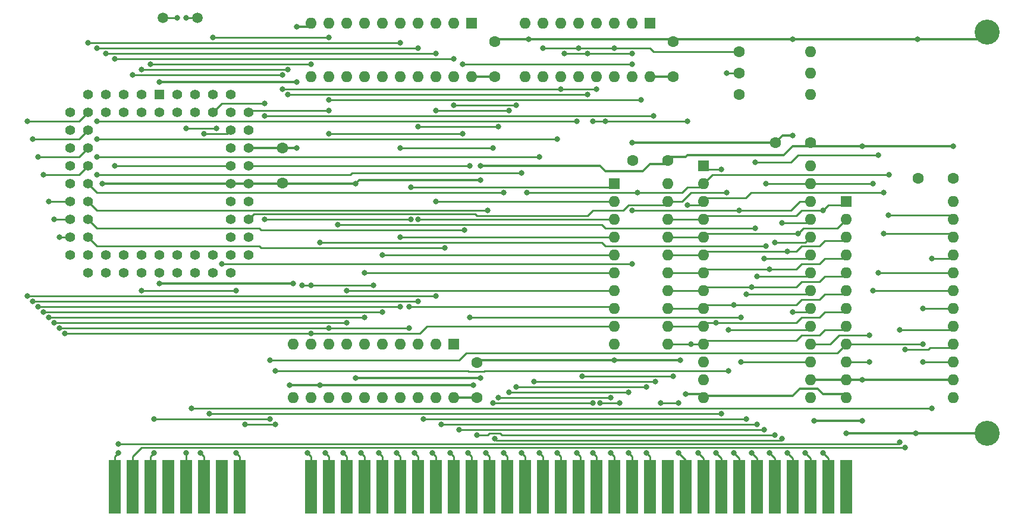
<source format=gbr>
G04 #@! TF.GenerationSoftware,KiCad,Pcbnew,(5.1.8)-1*
G04 #@! TF.CreationDate,2021-11-26T20:47:01-07:00*
G04 #@! TF.ProjectId,80188,38303138-382e-46b6-9963-61645f706362,rev?*
G04 #@! TF.SameCoordinates,Original*
G04 #@! TF.FileFunction,Copper,L1,Top*
G04 #@! TF.FilePolarity,Positive*
%FSLAX46Y46*%
G04 Gerber Fmt 4.6, Leading zero omitted, Abs format (unit mm)*
G04 Created by KiCad (PCBNEW (5.1.8)-1) date 2021-11-26 20:47:01*
%MOMM*%
%LPD*%
G01*
G04 APERTURE LIST*
G04 #@! TA.AperFunction,ComponentPad*
%ADD10O,1.600000X1.600000*%
G04 #@! TD*
G04 #@! TA.AperFunction,ComponentPad*
%ADD11C,1.600000*%
G04 #@! TD*
G04 #@! TA.AperFunction,ComponentPad*
%ADD12C,1.500000*%
G04 #@! TD*
G04 #@! TA.AperFunction,ComponentPad*
%ADD13C,1.422400*%
G04 #@! TD*
G04 #@! TA.AperFunction,ComponentPad*
%ADD14R,1.422400X1.422400*%
G04 #@! TD*
G04 #@! TA.AperFunction,ComponentPad*
%ADD15R,1.600000X1.600000*%
G04 #@! TD*
G04 #@! TA.AperFunction,ConnectorPad*
%ADD16R,1.780000X7.620000*%
G04 #@! TD*
G04 #@! TA.AperFunction,ComponentPad*
%ADD17C,3.556000*%
G04 #@! TD*
G04 #@! TA.AperFunction,ViaPad*
%ADD18C,0.800000*%
G04 #@! TD*
G04 #@! TA.AperFunction,Conductor*
%ADD19C,0.330200*%
G04 #@! TD*
G04 #@! TA.AperFunction,Conductor*
%ADD20C,0.250000*%
G04 #@! TD*
G04 APERTURE END LIST*
D10*
G04 #@! TO.P,R2,2*
G04 #@! TO.N,/5+*
X156456380Y-73888600D03*
D11*
G04 #@! TO.P,R2,1*
G04 #@! TO.N,/INTA*
X146296380Y-73888600D03*
G04 #@! TD*
D12*
G04 #@! TO.P,Y1,2*
G04 #@! TO.N,/X1*
X69154380Y-62966600D03*
G04 #@! TO.P,Y1,1*
G04 #@! TO.N,/X2*
X64254380Y-62966600D03*
G04 #@! TD*
D13*
G04 #@! TO.P,80188,51*
G04 #@! TO.N,/HOLDA*
X76446380Y-76428600D03*
G04 #@! TO.P,80188,49*
G04 #@! TO.N,/GND*
X76446380Y-78968600D03*
G04 #@! TO.P,80188,47*
X76446380Y-81508600D03*
G04 #@! TO.P,80188,45*
G04 #@! TO.N,/INTR*
X76446380Y-84048600D03*
G04 #@! TO.P,80188,43*
G04 #@! TO.N,/5+*
X76446380Y-86588600D03*
G04 #@! TO.P,80188,41*
G04 #@! TO.N,N/C*
X76446380Y-89128600D03*
G04 #@! TO.P,80188,39*
G04 #@! TO.N,/DEN*
X76446380Y-91668600D03*
G04 #@! TO.P,80188,37*
G04 #@! TO.N,N/C*
X76446380Y-94208600D03*
G04 #@! TO.P,80188,52*
X73906380Y-73888600D03*
G04 #@! TO.P,80188,50*
G04 #@! TO.N,/HOLD*
X73906380Y-78968600D03*
G04 #@! TO.P,80188,48*
G04 #@! TO.N,N/C*
X73906380Y-81508600D03*
G04 #@! TO.P,80188,46*
G04 #@! TO.N,/NMI*
X73906380Y-84048600D03*
G04 #@! TO.P,80188,44*
G04 #@! TO.N,/5+*
X73906380Y-86588600D03*
G04 #@! TO.P,80188,42*
G04 #@! TO.N,/INTA*
X73906380Y-89128600D03*
G04 #@! TO.P,80188,40*
G04 #@! TO.N,/DTR*
X73906380Y-91668600D03*
G04 #@! TO.P,80188,38*
G04 #@! TO.N,N/C*
X73906380Y-94208600D03*
G04 #@! TO.P,80188,36*
X73906380Y-96748600D03*
G04 #@! TO.P,80188,34*
X73906380Y-99288600D03*
G04 #@! TO.P,80188,32*
X71366380Y-99288600D03*
G04 #@! TO.P,80188,30*
X68826380Y-99288600D03*
G04 #@! TO.P,80188,28*
X66286380Y-99288600D03*
G04 #@! TO.P,80188,26*
G04 #@! TO.N,/GND*
X63746380Y-99288600D03*
G04 #@! TO.P,80188,24*
G04 #@! TO.N,/RESET*
X61206380Y-99288600D03*
G04 #@! TO.P,80188,22*
G04 #@! TO.N,N/C*
X58666380Y-99288600D03*
G04 #@! TO.P,80188,20*
X56126380Y-99288600D03*
G04 #@! TO.P,80188,18*
X53586380Y-99288600D03*
G04 #@! TO.P,80188,35*
X76446380Y-96748600D03*
G04 #@! TO.P,80188,33*
X71366380Y-96748600D03*
G04 #@! TO.P,80188,31*
X68826380Y-96748600D03*
G04 #@! TO.P,80188,29*
X66286380Y-96748600D03*
G04 #@! TO.P,80188,27*
X63746380Y-96748600D03*
G04 #@! TO.P,80188,25*
X61206380Y-96748600D03*
G04 #@! TO.P,80188,23*
X58666380Y-96748600D03*
G04 #@! TO.P,80188,21*
X56126380Y-96748600D03*
G04 #@! TO.P,80188,19*
X53586380Y-96748600D03*
G04 #@! TO.P,80188,17*
G04 #@! TO.N,/AD0*
X51046380Y-96748600D03*
G04 #@! TO.P,80188,15*
G04 #@! TO.N,/AD1*
X51046380Y-94208600D03*
G04 #@! TO.P,80188,13*
G04 #@! TO.N,/AD2*
X51046380Y-91668600D03*
G04 #@! TO.P,80188,11*
G04 #@! TO.N,/AD3*
X51046380Y-89128600D03*
G04 #@! TO.P,80188,9*
G04 #@! TO.N,/5+*
X51046380Y-86588600D03*
G04 #@! TO.P,80188,7*
G04 #@! TO.N,/A12*
X51046380Y-84048600D03*
G04 #@! TO.P,80188,5*
G04 #@! TO.N,/A13*
X51046380Y-81508600D03*
G04 #@! TO.P,80188,3*
G04 #@! TO.N,/A14*
X51046380Y-78968600D03*
G04 #@! TO.P,80188,1*
G04 #@! TO.N,/A15*
X51046380Y-76428600D03*
G04 #@! TO.P,80188,16*
G04 #@! TO.N,/A8*
X53586380Y-94208600D03*
G04 #@! TO.P,80188,14*
G04 #@! TO.N,/A9*
X53586380Y-91668600D03*
G04 #@! TO.P,80188,12*
G04 #@! TO.N,/A10*
X53586380Y-89128600D03*
G04 #@! TO.P,80188,10*
G04 #@! TO.N,/A11*
X53586380Y-86588600D03*
G04 #@! TO.P,80188,8*
G04 #@! TO.N,/AD4*
X53586380Y-84048600D03*
G04 #@! TO.P,80188,6*
G04 #@! TO.N,/AD5*
X53586380Y-81508600D03*
G04 #@! TO.P,80188,4*
G04 #@! TO.N,/AD6*
X53586380Y-78968600D03*
G04 #@! TO.P,80188,2*
G04 #@! TO.N,/AD7*
X53586380Y-76428600D03*
G04 #@! TO.P,80188,54*
G04 #@! TO.N,/S2*
X71366380Y-73888600D03*
G04 #@! TO.P,80188,56*
G04 #@! TO.N,N/C*
X68826380Y-73888600D03*
G04 #@! TO.P,80188,58*
G04 #@! TO.N,/X2*
X66286380Y-73888600D03*
G04 #@! TO.P,80188,68*
G04 #@! TO.N,/A16_*
X53586380Y-73888600D03*
G04 #@! TO.P,80188,66*
G04 #@! TO.N,/A18_*
X56126380Y-73888600D03*
G04 #@! TO.P,80188,64*
G04 #@! TO.N,N/C*
X58666380Y-73888600D03*
G04 #@! TO.P,80188,62*
G04 #@! TO.N,/RD*
X61206380Y-73888600D03*
D14*
G04 #@! TO.P,80188,60*
G04 #@! TO.N,/GND*
X63746380Y-73888600D03*
D13*
G04 #@! TO.P,80188,53*
G04 #@! TO.N,N/C*
X73906380Y-76428600D03*
G04 #@! TO.P,80188,55*
G04 #@! TO.N,/RDY1*
X71366380Y-76428600D03*
G04 #@! TO.P,80188,57*
G04 #@! TO.N,N/C*
X68826380Y-76428600D03*
G04 #@! TO.P,80188,59*
G04 #@! TO.N,/X1*
X66286380Y-76428600D03*
G04 #@! TO.P,80188,67*
G04 #@! TO.N,/A17_*
X56126380Y-76428600D03*
G04 #@! TO.P,80188,65*
G04 #@! TO.N,/A19_*
X58666380Y-76428600D03*
G04 #@! TO.P,80188,63*
G04 #@! TO.N,/WR*
X61206380Y-76428600D03*
G04 #@! TO.P,80188,61*
G04 #@! TO.N,/ALE*
X63746380Y-76428600D03*
G04 #@! TD*
D10*
G04 #@! TO.P,U8,16*
G04 #@! TO.N,/5+*
X133596380Y-71348600D03*
G04 #@! TO.P,U8,8*
G04 #@! TO.N,/GND*
X115816380Y-63728600D03*
G04 #@! TO.P,U8,15*
G04 #@! TO.N,/HOLDA*
X131056380Y-71348600D03*
G04 #@! TO.P,U8,7*
G04 #@! TO.N,/MRD*
X118356380Y-63728600D03*
G04 #@! TO.P,U8,14*
G04 #@! TO.N,/PU1*
X128516380Y-71348600D03*
G04 #@! TO.P,U8,6*
G04 #@! TO.N,/RD*
X120896380Y-63728600D03*
G04 #@! TO.P,U8,13*
G04 #@! TO.N,/WR*
X125976380Y-71348600D03*
G04 #@! TO.P,U8,5*
G04 #@! TO.N,/PU1*
X123436380Y-63728600D03*
G04 #@! TO.P,U8,12*
G04 #@! TO.N,/MWR*
X123436380Y-71348600D03*
G04 #@! TO.P,U8,4*
G04 #@! TO.N,/IORD*
X125976380Y-63728600D03*
G04 #@! TO.P,U8,11*
G04 #@! TO.N,/WR*
X120896380Y-71348600D03*
G04 #@! TO.P,U8,3*
G04 #@! TO.N,/PU1*
X128516380Y-63728600D03*
G04 #@! TO.P,U8,10*
X118356380Y-71348600D03*
G04 #@! TO.P,U8,2*
G04 #@! TO.N,/RD*
X131056380Y-63728600D03*
G04 #@! TO.P,U8,9*
G04 #@! TO.N,/IOWR*
X115816380Y-71348600D03*
D15*
G04 #@! TO.P,U8,1*
G04 #@! TO.N,/IO_M*
X133596380Y-63728600D03*
G04 #@! TD*
D10*
G04 #@! TO.P,U7,24*
G04 #@! TO.N,/5+*
X176776380Y-89128600D03*
G04 #@! TO.P,U7,12*
G04 #@! TO.N,/GND*
X161536380Y-117068600D03*
G04 #@! TO.P,U7,23*
G04 #@! TO.N,/IOWR*
X176776380Y-91668600D03*
G04 #@! TO.P,U7,11*
G04 #@! TO.N,/5+*
X161536380Y-114528600D03*
G04 #@! TO.P,U7,22*
G04 #@! TO.N,/IORD*
X176776380Y-94208600D03*
G04 #@! TO.P,U7,10*
G04 #@! TO.N,/IRQ0*
X161536380Y-111988600D03*
G04 #@! TO.P,U7,21*
G04 #@! TO.N,/IO_004X*
X176776380Y-96748600D03*
G04 #@! TO.P,U7,9*
G04 #@! TO.N,/HF_PCLK*
X161536380Y-109448600D03*
G04 #@! TO.P,U7,20*
G04 #@! TO.N,/A1*
X176776380Y-99288600D03*
G04 #@! TO.P,U7,8*
G04 #@! TO.N,/D0*
X161536380Y-106908600D03*
G04 #@! TO.P,U7,19*
G04 #@! TO.N,/A0*
X176776380Y-101828600D03*
G04 #@! TO.P,U7,7*
G04 #@! TO.N,/D1*
X161536380Y-104368600D03*
G04 #@! TO.P,U7,18*
G04 #@! TO.N,/HF_PCLK*
X176776380Y-104368600D03*
G04 #@! TO.P,U7,6*
G04 #@! TO.N,/D2*
X161536380Y-101828600D03*
G04 #@! TO.P,U7,17*
G04 #@! TO.N,/SPK_OUT*
X176776380Y-106908600D03*
G04 #@! TO.P,U7,5*
G04 #@! TO.N,/D3*
X161536380Y-99288600D03*
G04 #@! TO.P,U7,16*
G04 #@! TO.N,/SPK_GO*
X176776380Y-109448600D03*
G04 #@! TO.P,U7,4*
G04 #@! TO.N,/D4*
X161536380Y-96748600D03*
G04 #@! TO.P,U7,15*
G04 #@! TO.N,/HF_PCLK*
X176776380Y-111988600D03*
G04 #@! TO.P,U7,3*
G04 #@! TO.N,/D5*
X161536380Y-94208600D03*
G04 #@! TO.P,U7,14*
G04 #@! TO.N,/5+*
X176776380Y-114528600D03*
G04 #@! TO.P,U7,2*
G04 #@! TO.N,/D6*
X161536380Y-91668600D03*
G04 #@! TO.P,U7,13*
G04 #@! TO.N,Net-(U7-Pad13)*
X176776380Y-117068600D03*
D15*
G04 #@! TO.P,U7,1*
G04 #@! TO.N,/D7*
X161536380Y-89128600D03*
G04 #@! TD*
D10*
G04 #@! TO.P,U6,28*
G04 #@! TO.N,/5+*
X156456380Y-84048600D03*
G04 #@! TO.P,U6,14*
G04 #@! TO.N,/GND*
X141216380Y-117068600D03*
G04 #@! TO.P,U6,27*
G04 #@! TO.N,/A0*
X156456380Y-86588600D03*
G04 #@! TO.P,U6,13*
G04 #@! TO.N,Net-(U6-Pad13)*
X141216380Y-114528600D03*
G04 #@! TO.P,U6,26*
G04 #@! TO.N,/INTA*
X156456380Y-89128600D03*
G04 #@! TO.P,U6,12*
G04 #@! TO.N,Net-(U6-Pad12)*
X141216380Y-111988600D03*
G04 #@! TO.P,U6,25*
G04 #@! TO.N,/IRQ7*
X156456380Y-91668600D03*
G04 #@! TO.P,U6,11*
G04 #@! TO.N,/D0*
X141216380Y-109448600D03*
G04 #@! TO.P,U6,24*
G04 #@! TO.N,/IRQ6*
X156456380Y-94208600D03*
G04 #@! TO.P,U6,10*
G04 #@! TO.N,/D1*
X141216380Y-106908600D03*
G04 #@! TO.P,U6,23*
G04 #@! TO.N,/IRQ5*
X156456380Y-96748600D03*
G04 #@! TO.P,U6,9*
G04 #@! TO.N,/D2*
X141216380Y-104368600D03*
G04 #@! TO.P,U6,22*
G04 #@! TO.N,/IRQ4*
X156456380Y-99288600D03*
G04 #@! TO.P,U6,8*
G04 #@! TO.N,/D3*
X141216380Y-101828600D03*
G04 #@! TO.P,U6,21*
G04 #@! TO.N,/IRQ3*
X156456380Y-101828600D03*
G04 #@! TO.P,U6,7*
G04 #@! TO.N,/D4*
X141216380Y-99288600D03*
G04 #@! TO.P,U6,20*
G04 #@! TO.N,/IRQ2*
X156456380Y-104368600D03*
G04 #@! TO.P,U6,6*
G04 #@! TO.N,/D5*
X141216380Y-96748600D03*
G04 #@! TO.P,U6,19*
G04 #@! TO.N,/IRQ1*
X156456380Y-106908600D03*
G04 #@! TO.P,U6,5*
G04 #@! TO.N,/D6*
X141216380Y-94208600D03*
G04 #@! TO.P,U6,18*
G04 #@! TO.N,/IRQ0*
X156456380Y-109448600D03*
G04 #@! TO.P,U6,4*
G04 #@! TO.N,/D7*
X141216380Y-91668600D03*
G04 #@! TO.P,U6,17*
G04 #@! TO.N,/INTR*
X156456380Y-111988600D03*
G04 #@! TO.P,U6,3*
G04 #@! TO.N,/IORD*
X141216380Y-89128600D03*
G04 #@! TO.P,U6,16*
G04 #@! TO.N,/5+*
X156456380Y-114528600D03*
G04 #@! TO.P,U6,2*
G04 #@! TO.N,/IOWR*
X141216380Y-86588600D03*
G04 #@! TO.P,U6,15*
G04 #@! TO.N,Net-(U6-Pad15)*
X156456380Y-117068600D03*
D15*
G04 #@! TO.P,U6,1*
G04 #@! TO.N,/IO_002X*
X141216380Y-84048600D03*
G04 #@! TD*
D10*
G04 #@! TO.P,R5,2*
G04 #@! TO.N,/5+*
X156456380Y-67792600D03*
D11*
G04 #@! TO.P,R5,1*
G04 #@! TO.N,/PU1*
X146296380Y-67792600D03*
G04 #@! TD*
D10*
G04 #@! TO.P,R1,2*
G04 #@! TO.N,/5+*
X156456380Y-70840600D03*
D11*
G04 #@! TO.P,R1,1*
G04 #@! TO.N,/DEN*
X146296380Y-70840600D03*
G04 #@! TD*
G04 #@! TO.P,C8,2*
G04 #@! TO.N,/5+*
X136898380Y-71348600D03*
G04 #@! TO.P,C8,1*
G04 #@! TO.N,/GND*
X136898380Y-66348600D03*
G04 #@! TD*
G04 #@! TO.P,C7,2*
G04 #@! TO.N,/5+*
X156456380Y-80746600D03*
G04 #@! TO.P,C7,1*
G04 #@! TO.N,/GND*
X151456380Y-80746600D03*
G04 #@! TD*
G04 #@! TO.P,C6,2*
G04 #@! TO.N,/5+*
X176776380Y-85826600D03*
G04 #@! TO.P,C6,1*
G04 #@! TO.N,/GND*
X171776380Y-85826600D03*
G04 #@! TD*
G04 #@! TO.P,C5,2*
G04 #@! TO.N,/5+*
X81272380Y-86508600D03*
G04 #@! TO.P,C5,1*
G04 #@! TO.N,/GND*
X81272380Y-81508600D03*
G04 #@! TD*
D16*
G04 #@! TO.P,J1,9*
G04 #@! TO.N,/SPK_OUT*
X57396380Y-129768600D03*
G04 #@! TO.P,J1,10*
G04 #@! TO.N,/SPK_GO*
X59936380Y-129768600D03*
G04 #@! TO.P,J1,11*
G04 #@! TO.N,/HF_PCLK*
X62476380Y-129768600D03*
G04 #@! TO.P,J1,12*
G04 #@! TO.N,/DRQ0*
X65016380Y-129768600D03*
G04 #@! TO.P,J1,13*
G04 #@! TO.N,/HOLDA*
X67556380Y-129768600D03*
G04 #@! TO.P,J1,14*
G04 #@! TO.N,/HOLD*
X70096380Y-129768600D03*
G04 #@! TO.P,J1,15*
G04 #@! TO.N,/READY*
X72636380Y-129768600D03*
G04 #@! TO.P,J1,16*
G04 #@! TO.N,/RESET*
X75176380Y-129768600D03*
G04 #@! TD*
D10*
G04 #@! TO.P,U4,20*
G04 #@! TO.N,/5+*
X136136380Y-86588600D03*
G04 #@! TO.P,U4,10*
G04 #@! TO.N,/GND*
X128516380Y-109448600D03*
G04 #@! TO.P,U4,19*
G04 #@! TO.N,/DEN*
X136136380Y-89128600D03*
G04 #@! TO.P,U4,9*
G04 #@! TO.N,/AD0*
X128516380Y-106908600D03*
G04 #@! TO.P,U4,18*
G04 #@! TO.N,/D7*
X136136380Y-91668600D03*
G04 #@! TO.P,U4,8*
G04 #@! TO.N,/AD1*
X128516380Y-104368600D03*
G04 #@! TO.P,U4,17*
G04 #@! TO.N,/D6*
X136136380Y-94208600D03*
G04 #@! TO.P,U4,7*
G04 #@! TO.N,/AD2*
X128516380Y-101828600D03*
G04 #@! TO.P,U4,16*
G04 #@! TO.N,/D5*
X136136380Y-96748600D03*
G04 #@! TO.P,U4,6*
G04 #@! TO.N,/AD3*
X128516380Y-99288600D03*
G04 #@! TO.P,U4,15*
G04 #@! TO.N,/D4*
X136136380Y-99288600D03*
G04 #@! TO.P,U4,5*
G04 #@! TO.N,/AD4*
X128516380Y-96748600D03*
G04 #@! TO.P,U4,14*
G04 #@! TO.N,/D3*
X136136380Y-101828600D03*
G04 #@! TO.P,U4,4*
G04 #@! TO.N,/AD5*
X128516380Y-94208600D03*
G04 #@! TO.P,U4,13*
G04 #@! TO.N,/D2*
X136136380Y-104368600D03*
G04 #@! TO.P,U4,3*
G04 #@! TO.N,/AD6*
X128516380Y-91668600D03*
G04 #@! TO.P,U4,12*
G04 #@! TO.N,/D1*
X136136380Y-106908600D03*
G04 #@! TO.P,U4,2*
G04 #@! TO.N,/AD7*
X128516380Y-89128600D03*
G04 #@! TO.P,U4,11*
G04 #@! TO.N,/D0*
X136136380Y-109448600D03*
D15*
G04 #@! TO.P,U4,1*
G04 #@! TO.N,/DTR*
X128516380Y-86588600D03*
G04 #@! TD*
D10*
G04 #@! TO.P,U3,20*
G04 #@! TO.N,/5+*
X108196380Y-71348600D03*
G04 #@! TO.P,U3,10*
G04 #@! TO.N,/GND*
X85336380Y-63728600D03*
G04 #@! TO.P,U3,19*
G04 #@! TO.N,/A19*
X105656380Y-71348600D03*
G04 #@! TO.P,U3,9*
G04 #@! TO.N,/S2*
X87876380Y-63728600D03*
G04 #@! TO.P,U3,18*
G04 #@! TO.N,/A18*
X103116380Y-71348600D03*
G04 #@! TO.P,U3,8*
G04 #@! TO.N,Net-(U3-Pad8)*
X90416380Y-63728600D03*
G04 #@! TO.P,U3,17*
G04 #@! TO.N,/A17*
X100576380Y-71348600D03*
G04 #@! TO.P,U3,7*
G04 #@! TO.N,Net-(U3-Pad7)*
X92956380Y-63728600D03*
G04 #@! TO.P,U3,16*
G04 #@! TO.N,/A16*
X98036380Y-71348600D03*
G04 #@! TO.P,U3,6*
G04 #@! TO.N,Net-(U3-Pad6)*
X95496380Y-63728600D03*
G04 #@! TO.P,U3,15*
G04 #@! TO.N,Net-(U3-Pad15)*
X95496380Y-71348600D03*
G04 #@! TO.P,U3,5*
G04 #@! TO.N,/A16_*
X98036380Y-63728600D03*
G04 #@! TO.P,U3,14*
G04 #@! TO.N,Net-(U3-Pad14)*
X92956380Y-71348600D03*
G04 #@! TO.P,U3,4*
G04 #@! TO.N,/A17_*
X100576380Y-63728600D03*
G04 #@! TO.P,U3,13*
G04 #@! TO.N,Net-(U3-Pad13)*
X90416380Y-71348600D03*
G04 #@! TO.P,U3,3*
G04 #@! TO.N,/A18_*
X103116380Y-63728600D03*
G04 #@! TO.P,U3,12*
G04 #@! TO.N,/IO_M*
X87876380Y-71348600D03*
G04 #@! TO.P,U3,2*
G04 #@! TO.N,/A19_*
X105656380Y-63728600D03*
G04 #@! TO.P,U3,11*
G04 #@! TO.N,/ALE*
X85336380Y-71348600D03*
D15*
G04 #@! TO.P,U3,1*
G04 #@! TO.N,/HOLDA*
X108196380Y-63728600D03*
G04 #@! TD*
D10*
G04 #@! TO.P,U2,20*
G04 #@! TO.N,/5+*
X105656380Y-117068600D03*
G04 #@! TO.P,U2,10*
G04 #@! TO.N,/GND*
X82796380Y-109448600D03*
G04 #@! TO.P,U2,19*
G04 #@! TO.N,/A7*
X103116380Y-117068600D03*
G04 #@! TO.P,U2,9*
G04 #@! TO.N,/AD0*
X85336380Y-109448600D03*
G04 #@! TO.P,U2,18*
G04 #@! TO.N,/A6*
X100576380Y-117068600D03*
G04 #@! TO.P,U2,8*
G04 #@! TO.N,/AD1*
X87876380Y-109448600D03*
G04 #@! TO.P,U2,17*
G04 #@! TO.N,/A5*
X98036380Y-117068600D03*
G04 #@! TO.P,U2,7*
G04 #@! TO.N,/AD2*
X90416380Y-109448600D03*
G04 #@! TO.P,U2,16*
G04 #@! TO.N,/A4*
X95496380Y-117068600D03*
G04 #@! TO.P,U2,6*
G04 #@! TO.N,/AD3*
X92956380Y-109448600D03*
G04 #@! TO.P,U2,15*
G04 #@! TO.N,/A3*
X92956380Y-117068600D03*
G04 #@! TO.P,U2,5*
G04 #@! TO.N,/AD4*
X95496380Y-109448600D03*
G04 #@! TO.P,U2,14*
G04 #@! TO.N,/A2*
X90416380Y-117068600D03*
G04 #@! TO.P,U2,4*
G04 #@! TO.N,/AD5*
X98036380Y-109448600D03*
G04 #@! TO.P,U2,13*
G04 #@! TO.N,/A1*
X87876380Y-117068600D03*
G04 #@! TO.P,U2,3*
G04 #@! TO.N,/AD6*
X100576380Y-109448600D03*
G04 #@! TO.P,U2,12*
G04 #@! TO.N,/A0*
X85336380Y-117068600D03*
G04 #@! TO.P,U2,2*
G04 #@! TO.N,/AD7*
X103116380Y-109448600D03*
G04 #@! TO.P,U2,11*
G04 #@! TO.N,/ALE*
X82796380Y-117068600D03*
D15*
G04 #@! TO.P,U2,1*
G04 #@! TO.N,/HOLDA*
X105656380Y-109448600D03*
G04 #@! TD*
D11*
G04 #@! TO.P,C4,2*
G04 #@! TO.N,/5+*
X136136380Y-83286600D03*
G04 #@! TO.P,C4,1*
G04 #@! TO.N,/GND*
X131136380Y-83286600D03*
G04 #@! TD*
G04 #@! TO.P,C3,2*
G04 #@! TO.N,/5+*
X111498380Y-71348600D03*
G04 #@! TO.P,C3,1*
G04 #@! TO.N,/GND*
X111498380Y-66348600D03*
G04 #@! TD*
G04 #@! TO.P,C2,2*
G04 #@! TO.N,/5+*
X108958380Y-117068600D03*
G04 #@! TO.P,C2,1*
G04 #@! TO.N,/GND*
X108958380Y-112068600D03*
G04 #@! TD*
D16*
G04 #@! TO.P,J9,62*
G04 #@! TO.N,/A0*
X85336380Y-129768600D03*
G04 #@! TO.P,J9,61*
G04 #@! TO.N,/A1*
X87876380Y-129768600D03*
G04 #@! TO.P,J9,60*
G04 #@! TO.N,/A2*
X90416380Y-129768600D03*
G04 #@! TO.P,J9,59*
G04 #@! TO.N,/A3*
X92956380Y-129768600D03*
G04 #@! TO.P,J9,58*
G04 #@! TO.N,/A4*
X95496380Y-129768600D03*
G04 #@! TO.P,J9,57*
G04 #@! TO.N,/A5*
X98036380Y-129768600D03*
G04 #@! TO.P,J9,56*
G04 #@! TO.N,/A6*
X100576380Y-129768600D03*
G04 #@! TO.P,J9,55*
G04 #@! TO.N,/A7*
X103116380Y-129768600D03*
G04 #@! TO.P,J9,54*
G04 #@! TO.N,/A8*
X105656380Y-129768600D03*
G04 #@! TO.P,J9,53*
G04 #@! TO.N,/A9*
X108196380Y-129768600D03*
G04 #@! TO.P,J9,52*
G04 #@! TO.N,/A10*
X110736380Y-129768600D03*
G04 #@! TO.P,J9,51*
G04 #@! TO.N,/A11*
X113276380Y-129768600D03*
G04 #@! TO.P,J9,50*
G04 #@! TO.N,/A12*
X115816380Y-129768600D03*
G04 #@! TO.P,J9,49*
G04 #@! TO.N,/A13*
X118356380Y-129768600D03*
G04 #@! TO.P,J9,48*
G04 #@! TO.N,/A14*
X120896380Y-129768600D03*
G04 #@! TO.P,J9,47*
G04 #@! TO.N,/A15*
X123436380Y-129768600D03*
G04 #@! TO.P,J9,46*
G04 #@! TO.N,/A16*
X125976380Y-129768600D03*
G04 #@! TO.P,J9,45*
G04 #@! TO.N,/A17*
X128516380Y-129768600D03*
G04 #@! TO.P,J9,44*
G04 #@! TO.N,/A18*
X131056380Y-129768600D03*
G04 #@! TO.P,J9,43*
G04 #@! TO.N,/A19*
X133596380Y-129768600D03*
G04 #@! TO.P,J9,42*
G04 #@! TO.N,/AEN*
X136136380Y-129768600D03*
G04 #@! TO.P,J9,41*
G04 #@! TO.N,/RDY1*
X138676380Y-129768600D03*
G04 #@! TO.P,J9,40*
G04 #@! TO.N,/D0*
X141216380Y-129768600D03*
G04 #@! TO.P,J9,39*
G04 #@! TO.N,/D1*
X143756380Y-129768600D03*
G04 #@! TO.P,J9,38*
G04 #@! TO.N,/D2*
X146296380Y-129768600D03*
G04 #@! TO.P,J9,37*
G04 #@! TO.N,/D3*
X148836380Y-129768600D03*
G04 #@! TO.P,J9,36*
G04 #@! TO.N,/D4*
X151376380Y-129768600D03*
G04 #@! TO.P,J9,35*
G04 #@! TO.N,/D5*
X153916380Y-129768600D03*
G04 #@! TO.P,J9,34*
G04 #@! TO.N,/D6*
X156456380Y-129768600D03*
G04 #@! TO.P,J9,33*
G04 #@! TO.N,/D7*
X158996380Y-129768600D03*
G04 #@! TO.P,J9,32*
G04 #@! TO.N,/CH_CK*
X161536380Y-129768600D03*
G04 #@! TD*
D17*
G04 #@! TO.P,R,1*
G04 #@! TO.N,/GND*
X181602380Y-122148600D03*
G04 #@! TD*
G04 #@! TO.P,R,1*
G04 #@! TO.N,/GND*
X181602380Y-64998600D03*
G04 #@! TD*
D18*
G04 #@! TO.N,/5+*
X55618380Y-86588600D03*
X156964380Y-120370600D03*
X163822380Y-120370600D03*
X163822380Y-114528600D03*
X176776380Y-81254600D03*
X109466380Y-84048600D03*
X109466380Y-114274596D03*
X163822380Y-81254600D03*
X91686384Y-114274596D03*
X91686384Y-86588604D03*
X109466380Y-86080600D03*
G04 #@! TO.N,/GND*
X161536380Y-122148600D03*
X108450380Y-115290600D03*
X82288380Y-115290600D03*
X153916380Y-66014600D03*
X116324380Y-66014600D03*
X128516380Y-111734600D03*
X137914380Y-111734600D03*
X171696380Y-66014600D03*
X171442380Y-122148600D03*
X86606380Y-115290600D03*
X153916380Y-79730600D03*
X131056380Y-80746600D03*
X138676380Y-116560600D03*
X83304380Y-64236600D03*
X82796380Y-100812600D03*
X63746380Y-100812600D03*
X83304380Y-81508600D03*
X63746380Y-72110600D03*
X83304380Y-72110600D03*
G04 #@! TO.N,/IRQ2*
X153916380Y-104876600D03*
G04 #@! TO.N,/IRQ7*
X152392380Y-92176600D03*
X111498380Y-122910600D03*
X152392380Y-122910600D03*
G04 #@! TO.N,/IRQ6*
X108958380Y-122402600D03*
X151376380Y-94970600D03*
X151376380Y-122402600D03*
G04 #@! TO.N,/IRQ5*
X106418380Y-121640600D03*
X149852380Y-121640600D03*
X149852380Y-97256600D03*
G04 #@! TO.N,/IRQ4*
X103878380Y-120878600D03*
X148836380Y-120878600D03*
X148836380Y-99796600D03*
G04 #@! TO.N,/IRQ3*
X101338380Y-120116600D03*
X147312380Y-120116600D03*
X147312380Y-102336600D03*
G04 #@! TO.N,/ALE*
X94226380Y-101066600D03*
X85336398Y-101066600D03*
X84066380Y-101066600D03*
X85336380Y-69570600D03*
X62476380Y-69570600D03*
G04 #@! TO.N,/D7*
X158234380Y-124942600D03*
X158234380Y-90398600D03*
G04 #@! TO.N,/D6*
X155694380Y-124942600D03*
X154678380Y-93700600D03*
G04 #@! TO.N,/D5*
X153154380Y-124942600D03*
X153154380Y-96240600D03*
G04 #@! TO.N,/D4*
X150614380Y-124942600D03*
X150614380Y-98780600D03*
G04 #@! TO.N,/D3*
X148074380Y-124942600D03*
X148074380Y-101320600D03*
G04 #@! TO.N,/D2*
X145534380Y-124942600D03*
X145534380Y-103860600D03*
G04 #@! TO.N,/D1*
X142994380Y-124942600D03*
X142994380Y-106400600D03*
G04 #@! TO.N,/D0*
X140454380Y-124942600D03*
X139438380Y-109448600D03*
G04 #@! TO.N,/RDY1*
X137660380Y-124942600D03*
X137660380Y-117830600D03*
X135120380Y-117830600D03*
X134104380Y-76936600D03*
X78732380Y-76936600D03*
X78732380Y-75158600D03*
G04 #@! TO.N,/A19*
X133088380Y-124942600D03*
X105656366Y-75412600D03*
X114546380Y-115544600D03*
X133088380Y-115544610D03*
X114546380Y-75412600D03*
G04 #@! TO.N,/A18*
X130548380Y-124942600D03*
X113530380Y-116306602D03*
X130548380Y-116306592D03*
X103116380Y-76174600D03*
X113530380Y-76174600D03*
G04 #@! TO.N,/A17*
X128008380Y-124942600D03*
X128008380Y-117068592D03*
X112006380Y-117068600D03*
X112006380Y-78460600D03*
X100576380Y-78460600D03*
G04 #@! TO.N,/A16*
X125468380Y-124942600D03*
X98036388Y-81508600D03*
X111244380Y-81508600D03*
X111244380Y-117830600D03*
X125468380Y-117830600D03*
G04 #@! TO.N,/A15*
X123182380Y-124942600D03*
X54856380Y-77698600D03*
X123182380Y-77698600D03*
G04 #@! TO.N,/A14*
X120388380Y-124942600D03*
X54856380Y-80238600D03*
X120388380Y-80238600D03*
G04 #@! TO.N,/A13*
X117848380Y-124942600D03*
X54856380Y-82778600D03*
X117848380Y-82778600D03*
G04 #@! TO.N,/A12*
X115308380Y-124942600D03*
X54856380Y-85318600D03*
X115308380Y-85064600D03*
G04 #@! TO.N,/A11*
X112768380Y-124942600D03*
X112768380Y-87858600D03*
G04 #@! TO.N,/A10*
X110228380Y-124942600D03*
X110482380Y-90398600D03*
G04 #@! TO.N,/A9*
X107688380Y-124942600D03*
X107180380Y-93192600D03*
G04 #@! TO.N,/A8*
X105148380Y-124942600D03*
X104386380Y-95732600D03*
G04 #@! TO.N,/A7*
X102608380Y-124942600D03*
G04 #@! TO.N,/A6*
X100068380Y-124942600D03*
G04 #@! TO.N,/A5*
X97528380Y-124942600D03*
G04 #@! TO.N,/A4*
X94988380Y-124942600D03*
G04 #@! TO.N,/A3*
X92448380Y-124942600D03*
G04 #@! TO.N,/A2*
X89908380Y-124942600D03*
G04 #@! TO.N,/A1*
X87368380Y-124942600D03*
X148582380Y-92938600D03*
X148582380Y-83540600D03*
X166108380Y-82524600D03*
X166108380Y-99288600D03*
X89146380Y-92430600D03*
G04 #@! TO.N,/A0*
X84828380Y-124942600D03*
X150106380Y-86588600D03*
X150106380Y-95478600D03*
X165346380Y-86588600D03*
X165346380Y-101828600D03*
X86606380Y-94970600D03*
G04 #@! TO.N,/MWR*
X136898380Y-114020600D03*
X123944380Y-114020600D03*
G04 #@! TO.N,/MRD*
X134358380Y-114782600D03*
X117086380Y-114782600D03*
G04 #@! TO.N,/IOWR*
X167632380Y-85318590D03*
X167595381Y-91123601D03*
X131818380Y-87858600D03*
X116070380Y-87858600D03*
G04 #@! TO.N,/IORD*
X166870380Y-87858600D03*
X166870380Y-93700600D03*
X129278380Y-117830600D03*
X126484380Y-117830600D03*
X127246380Y-77698600D03*
X125468380Y-77698600D03*
X138930380Y-77698600D03*
X138930380Y-89636600D03*
G04 #@! TO.N,/AD0*
X85336380Y-107924600D03*
X50284380Y-107924600D03*
G04 #@! TO.N,/AD2*
X48760380Y-91668600D03*
X48760380Y-106400600D03*
X90416380Y-106400600D03*
X90416380Y-101828600D03*
G04 #@! TO.N,/AD4*
X95496380Y-104876600D03*
X47236380Y-104876600D03*
X47236374Y-85318600D03*
X95496380Y-96748600D03*
G04 #@! TO.N,/AD6*
X100576380Y-103352600D03*
X45712380Y-103352600D03*
X45712380Y-80238600D03*
X100576380Y-91668600D03*
G04 #@! TO.N,/AD1*
X49522380Y-94208600D03*
X49522380Y-107162600D03*
X87876380Y-107162600D03*
X99306380Y-104114600D03*
X99306380Y-107162600D03*
G04 #@! TO.N,/AD3*
X47998380Y-89128600D03*
X47998380Y-105638600D03*
X92956380Y-105638600D03*
X92956380Y-99288600D03*
G04 #@! TO.N,/AD5*
X98036380Y-104114600D03*
X46474380Y-104114600D03*
X46474380Y-82778600D03*
X98036380Y-94208600D03*
G04 #@! TO.N,/AD7*
X103116380Y-102590600D03*
X44950380Y-102590600D03*
X44950380Y-77698600D03*
X103116380Y-89128600D03*
G04 #@! TO.N,/A16_*
X98036380Y-66522600D03*
X53586380Y-66522600D03*
G04 #@! TO.N,/A18_*
X103116380Y-68046600D03*
X56126380Y-68046600D03*
G04 #@! TO.N,/A17_*
X100576380Y-67284600D03*
X54856380Y-67284600D03*
G04 #@! TO.N,/A19_*
X105656380Y-68808600D03*
X57396380Y-68808600D03*
G04 #@! TO.N,/SPK_OUT*
X57904380Y-124942600D03*
X57904368Y-123672600D03*
X169156380Y-123418600D03*
X169156380Y-107416600D03*
G04 #@! TO.N,/SPK_GO*
X169918380Y-124180600D03*
X169918380Y-110210600D03*
G04 #@! TO.N,/HF_PCLK*
X172458380Y-109448600D03*
X172458380Y-104368600D03*
X172458380Y-111988600D03*
X62984380Y-124942600D03*
X79494380Y-111734600D03*
X79494372Y-120116600D03*
X62984380Y-120116600D03*
G04 #@! TO.N,/HOLDA*
X106926380Y-69570600D03*
X131056380Y-69570600D03*
X71874380Y-78714600D03*
X67556380Y-78714600D03*
X106926380Y-79476600D03*
X87876380Y-79476600D03*
X87876380Y-76174600D03*
X67556380Y-124942600D03*
G04 #@! TO.N,/HOLD*
X69588380Y-124942600D03*
X70096380Y-79476600D03*
G04 #@! TO.N,/RESET*
X74668380Y-124942600D03*
X74668380Y-101828600D03*
X61206380Y-101828600D03*
G04 #@! TO.N,/NMI*
X57396380Y-84048600D03*
G04 #@! TO.N,/IO_004X*
X68318380Y-118592600D03*
X173728380Y-118592600D03*
X173728380Y-97256600D03*
G04 #@! TO.N,/IO_002X*
X143756380Y-119354600D03*
X143756380Y-84556600D03*
X70858380Y-119354600D03*
G04 #@! TO.N,/IRQ1*
X75938380Y-120878600D03*
X144772380Y-107416600D03*
X80256388Y-120878600D03*
X80256388Y-113258608D03*
X144772372Y-113258608D03*
G04 #@! TO.N,/DEN*
X144518380Y-87858600D03*
X144518380Y-70840600D03*
G04 #@! TO.N,/X1*
X67556380Y-62966600D03*
G04 #@! TO.N,/DTR*
X78732380Y-91668600D03*
X99560380Y-91668600D03*
X99560380Y-87096600D03*
G04 #@! TO.N,/X2*
X66286380Y-62966600D03*
G04 #@! TO.N,/PU1*
X123436380Y-67284600D03*
X128516380Y-67284600D03*
X118356380Y-67284600D03*
G04 #@! TO.N,/INTR*
X107942380Y-84048600D03*
X107942380Y-105638600D03*
X146550380Y-105638600D03*
X146550380Y-111988600D03*
G04 #@! TO.N,/RD*
X131056380Y-68046600D03*
X124706380Y-68046600D03*
X121404380Y-68046600D03*
X124706380Y-73888600D03*
X61206380Y-70332600D03*
X82034380Y-70332600D03*
X82034380Y-73888600D03*
G04 #@! TO.N,/WR*
X120896380Y-73126600D03*
X125976380Y-73126600D03*
X59936380Y-71094600D03*
X81272380Y-71094600D03*
X81272380Y-73126600D03*
G04 #@! TO.N,/IO_M*
X87876380Y-74650600D03*
X132326380Y-74650600D03*
G04 #@! TO.N,/INTA*
X72636380Y-98018600D03*
X131056380Y-98018600D03*
X131056380Y-90398600D03*
X146296380Y-90398600D03*
G04 #@! TO.N,/IRQ0*
X164838380Y-111988600D03*
X164838374Y-108178600D03*
G04 #@! TO.N,/S2*
X87876380Y-65760600D03*
X71366380Y-65760600D03*
G04 #@! TD*
D19*
G04 #@! TO.N,/5+*
X156964380Y-120370600D02*
X163822380Y-120370600D01*
X156456380Y-114528600D02*
X161536380Y-114528600D01*
X161536380Y-114528600D02*
X163822380Y-114528600D01*
X163822380Y-114528600D02*
X176776380Y-114528600D01*
X126484380Y-84048600D02*
X127246380Y-84810600D01*
X127246380Y-84810600D02*
X132580380Y-84810600D01*
X132580380Y-84810600D02*
X133596380Y-83794600D01*
X135628380Y-83794600D02*
X136136380Y-83286600D01*
X133596380Y-83794600D02*
X135628380Y-83794600D01*
X156456380Y-80746600D02*
X156964380Y-81254600D01*
X156964380Y-81254600D02*
X176776380Y-81254600D01*
X155948380Y-81254600D02*
X156456380Y-80746600D01*
X153916380Y-81254600D02*
X155948380Y-81254600D01*
X152646380Y-82524600D02*
X153916380Y-81254600D01*
X138930380Y-82524600D02*
X152646380Y-82524600D01*
X138676380Y-82778600D02*
X138930380Y-82524600D01*
X136644380Y-82778600D02*
X136136380Y-83286600D01*
X138676380Y-82778600D02*
X136644380Y-82778600D01*
X136898380Y-71348600D02*
X133596380Y-71348600D01*
X109466380Y-84048600D02*
X126484380Y-84048600D01*
X111498380Y-71348600D02*
X108196380Y-71348600D01*
X108958380Y-117068600D02*
X105656380Y-117068600D01*
X109466380Y-114274596D02*
X91686384Y-114274596D01*
X81192380Y-86588600D02*
X81272380Y-86508600D01*
X76446380Y-86588600D02*
X81192380Y-86588600D01*
X81352384Y-86588604D02*
X81272380Y-86508600D01*
X91686384Y-86588604D02*
X81352384Y-86588604D01*
X92194388Y-86080600D02*
X91686384Y-86588604D01*
X109466380Y-86080600D02*
X92194388Y-86080600D01*
X73906380Y-86588600D02*
X55618380Y-86588600D01*
X73906380Y-86588600D02*
X76446380Y-86588600D01*
G04 #@! TO.N,/GND*
X181602380Y-122148600D02*
X161536380Y-122148600D01*
X82288380Y-115290600D02*
X108450380Y-115290600D01*
X84828380Y-64236600D02*
X85336380Y-63728600D01*
X111498380Y-66348600D02*
X111498380Y-66268600D01*
X111498380Y-66268600D02*
X111752380Y-66014600D01*
X136564380Y-66014600D02*
X136898380Y-66348600D01*
X111752380Y-66014600D02*
X116324380Y-66014600D01*
X136898380Y-66348600D02*
X136898380Y-66268600D01*
X136898380Y-66268600D02*
X137152380Y-66014600D01*
X153916380Y-66014600D02*
X156456380Y-66014600D01*
X116324380Y-66014600D02*
X136564380Y-66014600D01*
X108958380Y-112068600D02*
X109292380Y-111734600D01*
X109292380Y-111734600D02*
X128516380Y-111734600D01*
X128516380Y-111734600D02*
X137914380Y-111734600D01*
X141470380Y-116814600D02*
X141216380Y-117068600D01*
X154932380Y-115798600D02*
X153916380Y-116814600D01*
X153916380Y-116814600D02*
X141470380Y-116814600D01*
X158234380Y-116560600D02*
X157472380Y-115798600D01*
X157472380Y-115798600D02*
X154932380Y-115798600D01*
X161028380Y-116560600D02*
X158234380Y-116560600D01*
X161536380Y-117068600D02*
X161028380Y-116560600D01*
X180586380Y-66014600D02*
X181602380Y-64998600D01*
X171696380Y-66014600D02*
X180586380Y-66014600D01*
X152472380Y-79730600D02*
X151456380Y-80746600D01*
X153916380Y-79730600D02*
X152472380Y-79730600D01*
X151456380Y-80746600D02*
X131056380Y-80746600D01*
X140708380Y-116560600D02*
X138676380Y-116560600D01*
X141216380Y-117068600D02*
X140708380Y-116560600D01*
X153916380Y-66014600D02*
X171696380Y-66014600D01*
X137232380Y-66014600D02*
X136898380Y-66348600D01*
X153916380Y-66014600D02*
X137232380Y-66014600D01*
X83304380Y-64236600D02*
X84828380Y-64236600D01*
X82796380Y-100812600D02*
X63746380Y-100812600D01*
X83304380Y-81508600D02*
X81272380Y-81508600D01*
X81272380Y-81508600D02*
X76446380Y-81508600D01*
X63746380Y-72110600D02*
X83304380Y-72110600D01*
D20*
G04 #@! TO.N,/IRQ2*
X155948380Y-104876600D02*
X156456380Y-104368600D01*
X153916380Y-104876600D02*
X155948380Y-104876600D01*
G04 #@! TO.N,/IRQ7*
X155948380Y-92176600D02*
X152392380Y-92176600D01*
X156456380Y-91668600D02*
X155948380Y-92176600D01*
X146042380Y-123164600D02*
X111752380Y-123164600D01*
X111752380Y-123164600D02*
X111498380Y-122910600D01*
X142740380Y-123164600D02*
X152138380Y-123164600D01*
X152138380Y-123164600D02*
X152392380Y-122910600D01*
G04 #@! TO.N,/IRQ6*
X156456380Y-94208600D02*
X155948380Y-94716600D01*
X155948380Y-94716600D02*
X155694380Y-94970600D01*
X155694380Y-94970600D02*
X151376380Y-94970600D01*
X151376380Y-122402600D02*
X145026380Y-122402600D01*
X145026380Y-122402600D02*
X145788380Y-122402600D01*
X112514380Y-122402600D02*
X145026380Y-122402600D01*
X112260380Y-122148600D02*
X112514380Y-122402600D01*
X110736380Y-122148600D02*
X112260380Y-122148600D01*
X110482380Y-122402600D02*
X110736380Y-122148600D01*
X108958380Y-122402600D02*
X110482380Y-122402600D01*
G04 #@! TO.N,/IRQ5*
X106418380Y-121640600D02*
X149852380Y-121640600D01*
X155948380Y-97256600D02*
X149852380Y-97256600D01*
X156456380Y-96748600D02*
X155948380Y-97256600D01*
G04 #@! TO.N,/IRQ4*
X103878380Y-120878600D02*
X148836380Y-120878600D01*
X155948380Y-99796600D02*
X156456380Y-99288600D01*
X148836380Y-99796600D02*
X155948380Y-99796600D01*
G04 #@! TO.N,/IRQ3*
X101338380Y-120116600D02*
X147312380Y-120116600D01*
X155948380Y-102336600D02*
X156456380Y-101828600D01*
X147312380Y-102336600D02*
X155948380Y-102336600D01*
G04 #@! TO.N,/ALE*
X94226380Y-101066600D02*
X85336398Y-101066600D01*
X85336398Y-101066600D02*
X84066380Y-101066600D01*
X85336380Y-69570600D02*
X62476380Y-69570600D01*
G04 #@! TO.N,/D7*
X158996380Y-125704600D02*
X158234380Y-124942600D01*
X158996380Y-129768600D02*
X158996380Y-125704600D01*
X141216380Y-91668600D02*
X136136380Y-91668600D01*
X141724380Y-91160600D02*
X141216380Y-91668600D01*
X154424380Y-91160600D02*
X141724380Y-91160600D01*
X155186380Y-90398600D02*
X154424380Y-91160600D01*
X158234380Y-90398600D02*
X155186380Y-90398600D01*
X158996380Y-89636600D02*
X158234380Y-90398600D01*
X161028380Y-89636600D02*
X158996380Y-89636600D01*
X161536380Y-89128600D02*
X161028380Y-89636600D01*
G04 #@! TO.N,/D6*
X156456380Y-125704600D02*
X155694380Y-124942600D01*
X156456380Y-129768600D02*
X156456380Y-125704600D01*
X136136380Y-94208600D02*
X141216380Y-94208600D01*
X155440380Y-92938600D02*
X154678380Y-93700600D01*
X160266380Y-92938600D02*
X155440380Y-92938600D01*
X161536380Y-91668600D02*
X160266380Y-92938600D01*
X141724380Y-93700600D02*
X154678380Y-93700600D01*
X141216380Y-94208600D02*
X141724380Y-93700600D01*
G04 #@! TO.N,/D5*
X153916380Y-129768600D02*
X153916380Y-125704600D01*
X153916380Y-125704600D02*
X153154380Y-124942600D01*
X141216380Y-96748600D02*
X136136380Y-96748600D01*
X161028380Y-94716600D02*
X158488380Y-94716600D01*
X155186380Y-95478600D02*
X154424380Y-96240600D01*
X157726380Y-95478600D02*
X155186380Y-95478600D01*
X161536380Y-94208600D02*
X161028380Y-94716600D01*
X141724380Y-96240600D02*
X141216380Y-96748600D01*
X158488380Y-94716600D02*
X157726380Y-95478600D01*
X154424380Y-96240600D02*
X141724380Y-96240600D01*
G04 #@! TO.N,/D4*
X151376380Y-129768600D02*
X151376380Y-125704600D01*
X151376380Y-125704600D02*
X150614380Y-124942600D01*
X136136380Y-99288600D02*
X141216380Y-99288600D01*
X158488380Y-97256600D02*
X157726380Y-98018600D01*
X157726380Y-98018600D02*
X155186380Y-98018600D01*
X161536380Y-96748600D02*
X161028380Y-97256600D01*
X161028380Y-97256600D02*
X158488380Y-97256600D01*
X154424380Y-98780600D02*
X141724380Y-98780600D01*
X155186380Y-98018600D02*
X154424380Y-98780600D01*
X141724380Y-98780600D02*
X141216380Y-99288600D01*
G04 #@! TO.N,/D3*
X148836380Y-125704600D02*
X148074380Y-124942600D01*
X148836380Y-129768600D02*
X148836380Y-125704600D01*
X141216380Y-101828600D02*
X136136380Y-101828600D01*
X154424380Y-101320600D02*
X141724380Y-101320600D01*
X161536380Y-99288600D02*
X161028380Y-99796600D01*
X155186380Y-100558600D02*
X154424380Y-101320600D01*
X141724380Y-101320600D02*
X141216380Y-101828600D01*
X157726380Y-100558600D02*
X155186380Y-100558600D01*
X158488380Y-99796600D02*
X157726380Y-100558600D01*
X161028380Y-99796600D02*
X158488380Y-99796600D01*
G04 #@! TO.N,/D2*
X146296380Y-129768600D02*
X146296380Y-125704600D01*
X146296380Y-125704600D02*
X145534380Y-124942600D01*
X136136380Y-104368600D02*
X141216380Y-104368600D01*
X157726380Y-103098600D02*
X155186380Y-103098600D01*
X161536380Y-101828600D02*
X161028380Y-102336600D01*
X158488380Y-102336600D02*
X157726380Y-103098600D01*
X155186380Y-103098600D02*
X154424380Y-103860600D01*
X154424380Y-103860600D02*
X145534380Y-103860600D01*
X161028380Y-102336600D02*
X158488380Y-102336600D01*
X141724380Y-103860600D02*
X141216380Y-104368600D01*
X145534380Y-103860600D02*
X141724380Y-103860600D01*
G04 #@! TO.N,/D1*
X143756380Y-129768600D02*
X143756380Y-125704600D01*
X143756380Y-125704600D02*
X142994380Y-124942600D01*
X141216380Y-106908600D02*
X136136380Y-106908600D01*
X157726380Y-105638600D02*
X155186380Y-105638600D01*
X155186380Y-105638600D02*
X154424380Y-106400600D01*
X161028380Y-104876600D02*
X158488380Y-104876600D01*
X154424380Y-106400600D02*
X142994380Y-106400600D01*
X161536380Y-104368600D02*
X161028380Y-104876600D01*
X141724380Y-106400600D02*
X141216380Y-106908600D01*
X158488380Y-104876600D02*
X157726380Y-105638600D01*
X142994380Y-106400600D02*
X141724380Y-106400600D01*
G04 #@! TO.N,/D0*
X141724380Y-108940600D02*
X141216380Y-109448600D01*
X155186380Y-108178600D02*
X154424380Y-108940600D01*
X158488380Y-107416600D02*
X157726380Y-108178600D01*
X157726380Y-108178600D02*
X155186380Y-108178600D01*
X161028380Y-107416600D02*
X158488380Y-107416600D01*
X154424380Y-108940600D02*
X141724380Y-108940600D01*
X161536380Y-106908600D02*
X161028380Y-107416600D01*
X141216380Y-129768600D02*
X141216380Y-125704600D01*
X141216380Y-125704600D02*
X140454380Y-124942600D01*
X136136380Y-109448600D02*
X139438380Y-109448600D01*
X141216380Y-109448600D02*
X139438380Y-109448600D01*
G04 #@! TO.N,/RDY1*
X138676380Y-129768600D02*
X138676380Y-125958600D01*
X138676380Y-125958600D02*
X137660380Y-124942600D01*
X137660380Y-117830600D02*
X135120380Y-117830600D01*
X71366380Y-76428600D02*
X72636380Y-75158600D01*
X72636380Y-75158600D02*
X78732380Y-75158600D01*
X134104380Y-76936600D02*
X78732380Y-76936600D01*
G04 #@! TO.N,/A19*
X133088380Y-124942600D02*
X133596380Y-125450600D01*
X133596380Y-125450600D02*
X133596380Y-129768600D01*
X114546380Y-115544600D02*
X133088370Y-115544600D01*
X133088370Y-115544600D02*
X133088380Y-115544610D01*
X105656366Y-75412600D02*
X114546380Y-75412600D01*
G04 #@! TO.N,/A18*
X131056380Y-125450600D02*
X131056380Y-129768600D01*
X130548380Y-124942600D02*
X131056380Y-125450600D01*
X113530380Y-116306602D02*
X130548370Y-116306602D01*
X130548370Y-116306602D02*
X130548380Y-116306592D01*
X103116380Y-76174600D02*
X113530380Y-76174600D01*
G04 #@! TO.N,/A17*
X128516380Y-125450600D02*
X128516380Y-129768600D01*
X128008380Y-124942600D02*
X128516380Y-125450600D01*
X112006388Y-117068592D02*
X112006380Y-117068600D01*
X128008380Y-117068592D02*
X112006388Y-117068592D01*
X112006380Y-78460600D02*
X100576380Y-78460600D01*
G04 #@! TO.N,/A16*
X125976380Y-125450600D02*
X125976380Y-129768600D01*
X125468380Y-124942600D02*
X125976380Y-125450600D01*
X98036388Y-81508600D02*
X111244380Y-81508600D01*
X111244380Y-117830600D02*
X125468380Y-117830600D01*
G04 #@! TO.N,/A15*
X123182380Y-124942600D02*
X123690380Y-125450600D01*
X123690380Y-125450600D02*
X123690380Y-129768600D01*
X54856380Y-77698600D02*
X123182380Y-77698600D01*
G04 #@! TO.N,/A14*
X120388380Y-124942600D02*
X120896380Y-125450600D01*
X120896380Y-125450600D02*
X120896380Y-129768600D01*
X54856380Y-80238600D02*
X90162380Y-80238600D01*
X90162380Y-80238600D02*
X120388380Y-80238600D01*
G04 #@! TO.N,/A13*
X118356380Y-125450600D02*
X118356380Y-129768600D01*
X117848380Y-124942600D02*
X118356380Y-125450600D01*
X54856380Y-82778600D02*
X90162380Y-82778600D01*
X90162380Y-82778600D02*
X117848380Y-82778600D01*
G04 #@! TO.N,/A12*
X115816380Y-125450600D02*
X115816380Y-129768600D01*
X115308380Y-124942600D02*
X115816380Y-125450600D01*
X91178380Y-85064600D02*
X115308380Y-85064600D01*
X90924380Y-85318600D02*
X91178380Y-85064600D01*
X54856380Y-85318600D02*
X90924380Y-85318600D01*
G04 #@! TO.N,/A11*
X112768380Y-124942600D02*
X113276380Y-125450600D01*
X113276380Y-125450600D02*
X113276380Y-129768600D01*
X53586380Y-86588600D02*
X54856380Y-87858600D01*
X54856380Y-87858600D02*
X112768380Y-87858600D01*
G04 #@! TO.N,/A10*
X110228380Y-124942600D02*
X110736380Y-125450600D01*
X110736380Y-125450600D02*
X110736380Y-129768600D01*
X54856380Y-90398600D02*
X110482380Y-90398600D01*
X53586380Y-89128600D02*
X54856380Y-90398600D01*
G04 #@! TO.N,/A9*
X107688380Y-124942600D02*
X108196380Y-125450600D01*
X108196380Y-125450600D02*
X108196380Y-129768600D01*
X78224380Y-93192600D02*
X107180380Y-93192600D01*
X77970380Y-92938600D02*
X78224380Y-93192600D01*
X54856380Y-92938600D02*
X77970380Y-92938600D01*
X53586380Y-91668600D02*
X54856380Y-92938600D01*
G04 #@! TO.N,/A8*
X105148380Y-124942600D02*
X105656380Y-125450600D01*
X105656380Y-125450600D02*
X105656380Y-129768600D01*
X78224380Y-95732600D02*
X104386380Y-95732600D01*
X77970380Y-95478600D02*
X78224380Y-95732600D01*
X54856380Y-95478600D02*
X77970380Y-95478600D01*
X53586380Y-94208600D02*
X54856380Y-95478600D01*
G04 #@! TO.N,/A7*
X102608380Y-124942600D02*
X103116380Y-125450600D01*
X103116380Y-125450600D02*
X103116380Y-129768600D01*
G04 #@! TO.N,/A6*
X100576380Y-125450600D02*
X100576380Y-129768600D01*
X100068380Y-124942600D02*
X100576380Y-125450600D01*
G04 #@! TO.N,/A5*
X98036380Y-125450600D02*
X98036380Y-129768600D01*
X97528380Y-124942600D02*
X98036380Y-125450600D01*
G04 #@! TO.N,/A4*
X95496380Y-125450600D02*
X95496380Y-129768600D01*
X94988380Y-124942600D02*
X95496380Y-125450600D01*
G04 #@! TO.N,/A3*
X92956380Y-125450600D02*
X92956380Y-129768600D01*
X92448380Y-124942600D02*
X92956380Y-125450600D01*
G04 #@! TO.N,/A2*
X89908380Y-124942600D02*
X90416380Y-125450600D01*
X90416380Y-125450600D02*
X90416380Y-129768600D01*
G04 #@! TO.N,/A1*
X87876380Y-125450600D02*
X87876380Y-129768600D01*
X87368380Y-124942600D02*
X87876380Y-125450600D01*
X148582380Y-83540600D02*
X153662380Y-83540600D01*
X153662380Y-83540600D02*
X154678380Y-82524600D01*
X154678380Y-82524600D02*
X166108380Y-82524600D01*
X176776380Y-99288600D02*
X166108380Y-99288600D01*
X127246380Y-92938600D02*
X126738380Y-92430600D01*
X126738380Y-92430600D02*
X89146380Y-92430600D01*
X148582380Y-92938600D02*
X127246380Y-92938600D01*
G04 #@! TO.N,/A0*
X84828380Y-124942600D02*
X85336380Y-125450600D01*
X85336380Y-125450600D02*
X85336380Y-129768600D01*
X156456380Y-86588600D02*
X150106380Y-86588600D01*
X156456380Y-86588600D02*
X165346380Y-86588600D01*
X165346380Y-101828600D02*
X176776380Y-101828600D01*
X126738380Y-94970600D02*
X86606380Y-94970600D01*
X127246380Y-95478600D02*
X126738380Y-94970600D01*
X150106380Y-95478600D02*
X127246380Y-95478600D01*
G04 #@! TO.N,/MWR*
X123944380Y-114020600D02*
X136898380Y-114020600D01*
G04 #@! TO.N,/MRD*
X134358380Y-114782600D02*
X117086380Y-114782600D01*
G04 #@! TO.N,/IOWR*
X141216380Y-86588600D02*
X140708380Y-87096600D01*
X142486380Y-85318600D02*
X167632370Y-85318600D01*
X141216380Y-86588600D02*
X142486380Y-85318600D01*
X167632370Y-85318600D02*
X167632380Y-85318590D01*
X176231381Y-91123601D02*
X176776380Y-91668600D01*
X167595381Y-91123601D02*
X176231381Y-91123601D01*
X138930380Y-87096600D02*
X140708380Y-87096600D01*
X138168380Y-87858600D02*
X138930380Y-87096600D01*
X131818380Y-87858600D02*
X138168380Y-87858600D01*
X131818380Y-87858600D02*
X116070380Y-87858600D01*
G04 #@! TO.N,/IORD*
X176268380Y-93700600D02*
X176776380Y-94208600D01*
X166870380Y-93700600D02*
X176268380Y-93700600D01*
X129278380Y-117830600D02*
X126484380Y-117830600D01*
X127246380Y-77698600D02*
X125468380Y-77698600D01*
X127246380Y-77698600D02*
X138930380Y-77698600D01*
X140708380Y-89636600D02*
X141216380Y-89128600D01*
X138930380Y-89636600D02*
X140708380Y-89636600D01*
X147213882Y-88620600D02*
X147975882Y-87858600D01*
X147975882Y-87858600D02*
X166870380Y-87858600D01*
X141724380Y-88620600D02*
X147213882Y-88620600D01*
X141216380Y-89128600D02*
X141724380Y-88620600D01*
G04 #@! TO.N,/AD0*
X85336380Y-107924600D02*
X50284380Y-107924600D01*
X101846380Y-106908600D02*
X128516380Y-106908600D01*
X100830380Y-107924600D02*
X101846380Y-106908600D01*
X85336380Y-107924600D02*
X100830380Y-107924600D01*
G04 #@! TO.N,/AD2*
X51046380Y-91668600D02*
X48760380Y-91668600D01*
X90416380Y-106400600D02*
X48760380Y-106400600D01*
X128516380Y-101828600D02*
X90416380Y-101828600D01*
G04 #@! TO.N,/AD4*
X95496380Y-104876600D02*
X47236380Y-104876600D01*
X53586380Y-84048600D02*
X52316380Y-85318600D01*
X52316380Y-85318600D02*
X47236374Y-85318600D01*
X128516380Y-96748600D02*
X95496380Y-96748600D01*
G04 #@! TO.N,/AD6*
X100576380Y-103352600D02*
X45712380Y-103352600D01*
X52316380Y-80238600D02*
X53586380Y-78968600D01*
X45712380Y-80238600D02*
X52316380Y-80238600D01*
X128516380Y-91668600D02*
X100576380Y-91668600D01*
G04 #@! TO.N,/AD1*
X51046380Y-94208600D02*
X49522380Y-94208600D01*
X49522380Y-107162600D02*
X87876380Y-107162600D01*
X128262380Y-104114600D02*
X99306380Y-104114600D01*
X128516380Y-104368600D02*
X128262380Y-104114600D01*
X87876380Y-107162600D02*
X99306380Y-107162600D01*
G04 #@! TO.N,/AD3*
X51046380Y-89128600D02*
X47998380Y-89128600D01*
X92956380Y-105638600D02*
X47998380Y-105638600D01*
X128516380Y-99288600D02*
X92956380Y-99288600D01*
G04 #@! TO.N,/AD5*
X98036380Y-104114600D02*
X46474380Y-104114600D01*
X52316380Y-82778600D02*
X53586380Y-81508600D01*
X46474380Y-82778600D02*
X52316380Y-82778600D01*
X128516380Y-94208600D02*
X98036380Y-94208600D01*
G04 #@! TO.N,/AD7*
X103116380Y-102590600D02*
X44950380Y-102590600D01*
X52316380Y-77698600D02*
X44950380Y-77698600D01*
X53586380Y-76428600D02*
X52316380Y-77698600D01*
X128516380Y-89128600D02*
X103116380Y-89128600D01*
G04 #@! TO.N,/A16_*
X98036380Y-66522600D02*
X53586380Y-66522600D01*
G04 #@! TO.N,/A18_*
X103116380Y-68046600D02*
X56126380Y-68046600D01*
G04 #@! TO.N,/A17_*
X100576380Y-67284600D02*
X54856380Y-67284600D01*
G04 #@! TO.N,/A19_*
X105656380Y-68808600D02*
X57396380Y-68808600D01*
G04 #@! TO.N,/SPK_OUT*
X57396380Y-129768600D02*
X57396380Y-126720600D01*
X57396380Y-129768600D02*
X57396380Y-125450600D01*
X57396380Y-125450600D02*
X57904380Y-124942600D01*
X57904368Y-123672600D02*
X168902380Y-123672600D01*
X168902380Y-123672600D02*
X169156380Y-123418600D01*
X176776380Y-106908600D02*
X176268380Y-107416600D01*
X176268380Y-107416600D02*
X169156380Y-107416600D01*
G04 #@! TO.N,/SPK_GO*
X59936380Y-129768600D02*
X59936380Y-126720600D01*
X59936380Y-129768600D02*
X59936380Y-125450600D01*
X59936380Y-125450600D02*
X61206380Y-124180600D01*
X61206380Y-124180600D02*
X110736380Y-124180600D01*
X110736380Y-124180600D02*
X110990380Y-124180600D01*
X110736380Y-124180600D02*
X169918380Y-124180600D01*
X176268380Y-109956600D02*
X176776380Y-109448600D01*
X173474380Y-109956600D02*
X176268380Y-109956600D01*
X173220380Y-110210600D02*
X173474380Y-109956600D01*
X169918380Y-110210600D02*
X173220380Y-110210600D01*
G04 #@! TO.N,/HF_PCLK*
X161536380Y-109448600D02*
X172458380Y-109448600D01*
X172458380Y-104368600D02*
X176776380Y-104368600D01*
X172458380Y-111988600D02*
X176776380Y-111988600D01*
X62476380Y-129768600D02*
X62476380Y-126720600D01*
X62476380Y-125450600D02*
X62984380Y-124942600D01*
X62476380Y-129768600D02*
X62476380Y-125450600D01*
X107434380Y-110718600D02*
X106418380Y-111734600D01*
X160266380Y-110718600D02*
X107434380Y-110718600D01*
X161536380Y-109448600D02*
X160266380Y-110718600D01*
X106418380Y-111734600D02*
X79494380Y-111734600D01*
X79494372Y-120116600D02*
X62984380Y-120116600D01*
G04 #@! TO.N,/HOLDA*
X106926380Y-69570600D02*
X131056380Y-69570600D01*
X71874380Y-78714600D02*
X67556380Y-78714600D01*
X106926380Y-79476600D02*
X87876380Y-79476600D01*
X76700380Y-76174600D02*
X87876380Y-76174600D01*
X76446380Y-76428600D02*
X76700380Y-76174600D01*
X67556380Y-129768600D02*
X67556380Y-124942600D01*
G04 #@! TO.N,/HOLD*
X70096380Y-125450600D02*
X70096380Y-129768600D01*
X69588380Y-124942600D02*
X70096380Y-125450600D01*
X73398380Y-79476600D02*
X70096380Y-79476600D01*
X73906380Y-78968600D02*
X73398380Y-79476600D01*
G04 #@! TO.N,/RESET*
X75176380Y-125450600D02*
X75176380Y-129768600D01*
X74668380Y-124942600D02*
X75176380Y-125450600D01*
X74668380Y-101828600D02*
X61206380Y-101828600D01*
G04 #@! TO.N,/NMI*
X57396380Y-84048600D02*
X73906380Y-84048600D01*
G04 #@! TO.N,/IO_004X*
X68318380Y-118592600D02*
X173728380Y-118592600D01*
X176268380Y-97256600D02*
X176776380Y-96748600D01*
X173728380Y-97256600D02*
X176268380Y-97256600D01*
G04 #@! TO.N,/IO_002X*
X141724380Y-84556600D02*
X141216380Y-84048600D01*
X143756380Y-84556600D02*
X141724380Y-84556600D01*
X143756380Y-119354600D02*
X70858380Y-119354600D01*
G04 #@! TO.N,/IRQ1*
X156456380Y-106908600D02*
X155948380Y-107416600D01*
X155948380Y-107416600D02*
X144772380Y-107416600D01*
X75938380Y-120878600D02*
X80256388Y-120878600D01*
X109974396Y-113385600D02*
X110101388Y-113258608D01*
X107815380Y-113385600D02*
X109974396Y-113385600D01*
X107688388Y-113258608D02*
X107815380Y-113385600D01*
X110101388Y-113258608D02*
X144772372Y-113258608D01*
X80256388Y-113258608D02*
X107688388Y-113258608D01*
G04 #@! TO.N,/DEN*
X135628380Y-89636600D02*
X136136380Y-89128600D01*
X130548380Y-89636600D02*
X135628380Y-89636600D01*
X129786380Y-90398600D02*
X130548380Y-89636600D01*
X125468380Y-90398600D02*
X129786380Y-90398600D01*
X124706380Y-91160600D02*
X125468380Y-90398600D01*
X108704380Y-90906600D02*
X108958380Y-91160600D01*
X77208380Y-90906600D02*
X108704380Y-90906600D01*
X108958380Y-91160600D02*
X124706380Y-91160600D01*
X76446380Y-91668600D02*
X77208380Y-90906600D01*
X136136380Y-89128600D02*
X138168380Y-89128600D01*
X138168380Y-89128600D02*
X139438380Y-87858600D01*
X139438380Y-87858600D02*
X144518380Y-87858600D01*
X146296380Y-70840600D02*
X144518380Y-70840600D01*
G04 #@! TO.N,/X1*
X67556380Y-62966600D02*
X69154380Y-62966600D01*
G04 #@! TO.N,/DTR*
X78732380Y-91668600D02*
X99560380Y-91668600D01*
X128008380Y-87096600D02*
X99560380Y-87096600D01*
X128516380Y-86588600D02*
X128008380Y-87096600D01*
G04 #@! TO.N,/X2*
X66286380Y-62966600D02*
X64254380Y-62966600D01*
G04 #@! TO.N,/PU1*
X123436380Y-67284600D02*
X128516380Y-67284600D01*
X123436380Y-67284600D02*
X118356380Y-67284600D01*
X128516380Y-67284600D02*
X133596380Y-67284600D01*
X133596380Y-67284600D02*
X134104380Y-67792600D01*
X134104380Y-67792600D02*
X146296360Y-67792600D01*
G04 #@! TO.N,/INTR*
X76446380Y-84048600D02*
X107942380Y-84048600D01*
X107942380Y-105638600D02*
X146550380Y-105638600D01*
X156456380Y-111988600D02*
X146550380Y-111988600D01*
G04 #@! TO.N,/RD*
X124706380Y-68046600D02*
X131056380Y-68046600D01*
X124706380Y-68046600D02*
X121404380Y-68046600D01*
X61206380Y-70332600D02*
X82034380Y-70332600D01*
X124706380Y-73888600D02*
X82034380Y-73888600D01*
G04 #@! TO.N,/WR*
X125976380Y-73126600D02*
X120896380Y-73126600D01*
X59936380Y-71094600D02*
X81272380Y-71094600D01*
X120896380Y-73126600D02*
X81272380Y-73126600D01*
G04 #@! TO.N,/IO_M*
X87876380Y-74650600D02*
X132326380Y-74650600D01*
G04 #@! TO.N,/INTA*
X155948380Y-89636600D02*
X156456380Y-89128600D01*
X72636380Y-98018600D02*
X131056380Y-98018600D01*
X156456380Y-89128600D02*
X154932380Y-89128600D01*
X154932380Y-89128600D02*
X153662380Y-90398600D01*
X153662380Y-90398600D02*
X131056380Y-90398600D01*
G04 #@! TO.N,/IRQ0*
X161536380Y-111988600D02*
X164838380Y-111988600D01*
X160520380Y-108178600D02*
X164838374Y-108178600D01*
X159250380Y-109448600D02*
X160520380Y-108178600D01*
X156456380Y-109448600D02*
X159250380Y-109448600D01*
G04 #@! TO.N,/S2*
X87876380Y-65760600D02*
X71366380Y-65760600D01*
G04 #@! TD*
M02*

</source>
